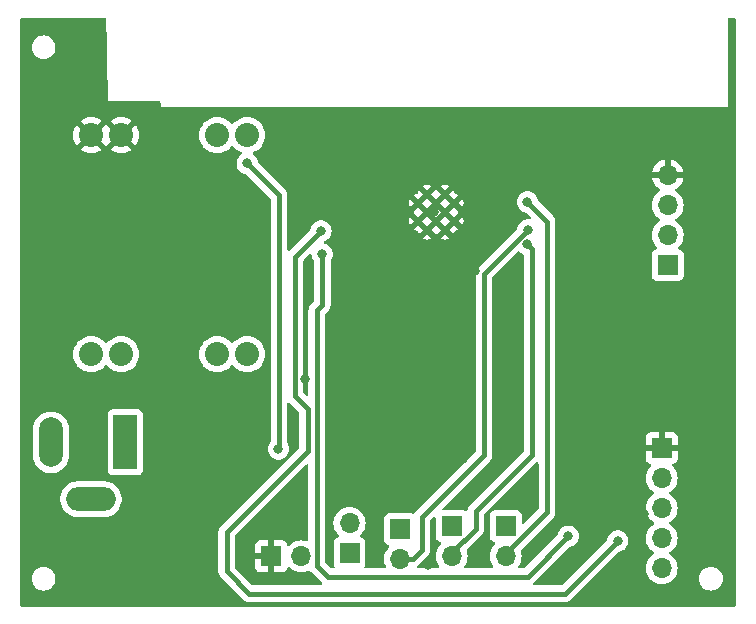
<source format=gbr>
%TF.GenerationSoftware,KiCad,Pcbnew,7.0.1*%
%TF.CreationDate,2023-04-20T22:59:21+02:00*%
%TF.ProjectId,Laserdinges,4c617365-7264-4696-9e67-65732e6b6963,rev?*%
%TF.SameCoordinates,Original*%
%TF.FileFunction,Copper,L2,Bot*%
%TF.FilePolarity,Positive*%
%FSLAX46Y46*%
G04 Gerber Fmt 4.6, Leading zero omitted, Abs format (unit mm)*
G04 Created by KiCad (PCBNEW 7.0.1) date 2023-04-20 22:59:21*
%MOMM*%
%LPD*%
G01*
G04 APERTURE LIST*
%TA.AperFunction,ComponentPad*%
%ADD10C,2.032000*%
%TD*%
%TA.AperFunction,ComponentPad*%
%ADD11R,1.700000X1.700000*%
%TD*%
%TA.AperFunction,ComponentPad*%
%ADD12O,1.700000X1.700000*%
%TD*%
%TA.AperFunction,ComponentPad*%
%ADD13R,2.000000X4.600000*%
%TD*%
%TA.AperFunction,ComponentPad*%
%ADD14O,2.000000X4.200000*%
%TD*%
%TA.AperFunction,ComponentPad*%
%ADD15O,4.200000X2.000000*%
%TD*%
%TA.AperFunction,HeatsinkPad*%
%ADD16C,0.600000*%
%TD*%
%TA.AperFunction,ViaPad*%
%ADD17C,0.800000*%
%TD*%
%TA.AperFunction,Conductor*%
%ADD18C,0.406400*%
%TD*%
G04 APERTURE END LIST*
D10*
%TO.P,U4,1,IN-*%
%TO.N,Net-(J2-Pad2)*%
X84032800Y-83992400D03*
%TO.P,U4,2,IN-*%
X86572800Y-83992400D03*
%TO.P,U4,3,IN+*%
%TO.N,Net-(J2-Pad1)*%
X94700800Y-83992400D03*
%TO.P,U4,4,IN+*%
X97240800Y-83992400D03*
%TO.P,U4,5,OUT+*%
%TO.N,VDD*%
X97240800Y-65450400D03*
%TO.P,U4,6,OUT+*%
X94700800Y-65450400D03*
%TO.P,U4,7,OUT-*%
%TO.N,GND*%
X86572800Y-65450400D03*
%TO.P,U4,8,OUT-*%
X84032800Y-65450400D03*
%TD*%
D11*
%TO.P,SW5,1*%
%TO.N,+3.3V*%
X114554000Y-98552000D03*
D12*
%TO.P,SW5,2*%
%TO.N,GPIO18*%
X114554000Y-101092000D03*
%TD*%
D11*
%TO.P,U3,1,GND*%
%TO.N,GND*%
X132334000Y-91948000D03*
D12*
%TO.P,U3,2,+5V*%
%TO.N,VDD*%
X132334000Y-94488000D03*
%TO.P,U3,3,VRX*%
%TO.N,Net-(U3-VRX)*%
X132334000Y-97028000D03*
%TO.P,U3,4,VRY*%
%TO.N,Net-(U3-VRY)*%
X132334000Y-99568000D03*
%TO.P,U3,5,SW*%
%TO.N,unconnected-(U3-SW-Pad5)*%
X132334000Y-102108000D03*
%TD*%
D11*
%TO.P,SW3,1,A*%
%TO.N,Net-(SW3-A)*%
X105902200Y-100838000D03*
D12*
%TO.P,SW3,2,B*%
%TO.N,VDD*%
X105902200Y-98298000D03*
%TD*%
D11*
%TO.P,SW4,1*%
%TO.N,+3.3V*%
X110169400Y-98791200D03*
D12*
%TO.P,SW4,2*%
%TO.N,GPIO19*%
X110169400Y-101331200D03*
%TD*%
D13*
%TO.P,J2,1*%
%TO.N,Net-(J2-Pad1)*%
X86928400Y-91460000D03*
D14*
%TO.P,J2,2*%
%TO.N,Net-(J2-Pad2)*%
X80628400Y-91460000D03*
D15*
%TO.P,J2,3*%
%TO.N,N/C*%
X84028400Y-96260000D03*
%TD*%
D11*
%TO.P,SW6,1*%
%TO.N,+3.3V*%
X119126000Y-98552000D03*
D12*
%TO.P,SW6,2*%
%TO.N,GPIO21*%
X119126000Y-101092000D03*
%TD*%
D11*
%TO.P,U5,1,-*%
%TO.N,GND*%
X99279400Y-101112000D03*
D12*
%TO.P,U5,2,S*%
%TO.N,Net-(SW3-A)*%
X101819400Y-101112000D03*
%TD*%
D11*
%TO.P,J1,1,Pin_1*%
%TO.N,+3.3V*%
X132842000Y-76454000D03*
D12*
%TO.P,J1,2,Pin_2*%
%TO.N,RX0*%
X132842000Y-73914000D03*
%TO.P,J1,3,Pin_3*%
%TO.N,TX0*%
X132842000Y-71374000D03*
%TO.P,J1,4,Pin_4*%
%TO.N,GND*%
X132842000Y-68834000D03*
%TD*%
D16*
%TO.P,U1,39,GND*%
%TO.N,GND*%
X111709000Y-71210100D03*
X111709000Y-72735100D03*
X112471500Y-70447600D03*
X112471500Y-71972600D03*
X112471500Y-73497600D03*
X113234000Y-71210100D03*
X113234000Y-72735100D03*
X113996500Y-70447600D03*
X113996500Y-71972600D03*
X113996500Y-73497600D03*
X114759000Y-71210100D03*
X114759000Y-72735100D03*
%TD*%
D17*
%TO.N,GND*%
X130302000Y-103886000D03*
X112522000Y-101854000D03*
X116840000Y-101600000D03*
X120650000Y-95250000D03*
X119135600Y-92095000D03*
X115528800Y-92831600D03*
X135772600Y-84119400D03*
X82804000Y-92964000D03*
X103286000Y-71444800D03*
X121675600Y-99969000D03*
X107324600Y-91942600D03*
X90230400Y-103372600D03*
X128457400Y-70022400D03*
X80264000Y-79756000D03*
X128178000Y-86303800D03*
X81289600Y-68498400D03*
X130810000Y-97536000D03*
X137922000Y-65278000D03*
X111252000Y-66548000D03*
X102092200Y-86126000D03*
X124901400Y-84906800D03*
X126247600Y-78150400D03*
X116494000Y-76956600D03*
X92710000Y-88900000D03*
X126425400Y-71978200D03*
X113090400Y-71978200D03*
X90967000Y-75178600D03*
%TO.N,VDD*%
X99882400Y-92018800D03*
X97240800Y-67838000D03*
%TO.N,A5*%
X103590800Y-75508800D03*
X124418800Y-99410200D03*
%TO.N,A4*%
X128609800Y-99816600D03*
X103489200Y-73553000D03*
%TO.N,GPIO18*%
X120964400Y-74670600D03*
%TO.N,GPIO19*%
X120989800Y-73476800D03*
%TO.N,GPIO21*%
X120964400Y-71114600D03*
%TD*%
D18*
%TO.N,GPIO21*%
X119126000Y-100867600D02*
X119126000Y-101092000D01*
X122615400Y-97378200D02*
X119126000Y-100867600D01*
X122615400Y-72765600D02*
X122615400Y-97378200D01*
X120964400Y-71114600D02*
X122615400Y-72765600D01*
%TO.N,VDD*%
X99882400Y-92018800D02*
X99933200Y-91968000D01*
X99933200Y-70530400D02*
X97240800Y-67838000D01*
X99933200Y-91968000D02*
X99933200Y-70530400D01*
%TO.N,A5*%
X103133600Y-101924800D02*
X103133600Y-80284000D01*
X103590800Y-79826800D02*
X103590800Y-75508800D01*
X104048000Y-102839200D02*
X103133600Y-101924800D01*
X103133600Y-80284000D02*
X103590800Y-79826800D01*
X124418800Y-99410200D02*
X120989800Y-102839200D01*
X120989800Y-102839200D02*
X104048000Y-102839200D01*
%TO.N,A4*%
X97403600Y-104261600D02*
X124164800Y-104261600D01*
X95504000Y-102362000D02*
X97403600Y-104261600D01*
X95504000Y-99060000D02*
X95504000Y-102362000D01*
X124164800Y-104261600D02*
X128609800Y-99816600D01*
X103489200Y-73553000D02*
X101301700Y-75740500D01*
X101301700Y-75740500D02*
X101301700Y-85780603D01*
X102362000Y-88646000D02*
X102362000Y-92202000D01*
X102362000Y-92202000D02*
X95504000Y-99060000D01*
X101289000Y-85793303D02*
X101289000Y-87573000D01*
X101289000Y-87573000D02*
X102362000Y-88646000D01*
X101301700Y-85780603D02*
X101289000Y-85793303D01*
%TO.N,GPIO18*%
X116586000Y-97282000D02*
X116586000Y-98806000D01*
X116586000Y-98806000D02*
X114616800Y-100775200D01*
X121370800Y-92497200D02*
X116586000Y-97282000D01*
X120964400Y-74670600D02*
X121370800Y-75077000D01*
X121370800Y-75077000D02*
X121370800Y-92497200D01*
%TO.N,GPIO19*%
X112014000Y-100584000D02*
X111266800Y-101331200D01*
X117284500Y-92519500D02*
X112014000Y-97790000D01*
X112014000Y-97790000D02*
X112014000Y-100584000D01*
X120989800Y-73476800D02*
X117284500Y-77182100D01*
X117284500Y-77182100D02*
X117284500Y-92519500D01*
X111266800Y-101331200D02*
X110169400Y-101331200D01*
%TD*%
%TA.AperFunction,Conductor*%
%TO.N,GND*%
G36*
X102378785Y-93328326D02*
G01*
X102416385Y-93372349D01*
X102429900Y-93428644D01*
X102429900Y-99715842D01*
X102417112Y-99770686D01*
X102381386Y-99814218D01*
X102330091Y-99837459D01*
X102273807Y-99835617D01*
X102054807Y-99776936D01*
X101819400Y-99756340D01*
X101583992Y-99776936D01*
X101355736Y-99838097D01*
X101141570Y-99937965D01*
X100948001Y-100073503D01*
X100825685Y-100195819D01*
X100772939Y-100227114D01*
X100711646Y-100229303D01*
X100656801Y-100201850D01*
X100621822Y-100151471D01*
X100572752Y-100019911D01*
X100486588Y-99904811D01*
X100371489Y-99818647D01*
X100236775Y-99768402D01*
X100177224Y-99762000D01*
X99529400Y-99762000D01*
X99529400Y-102462000D01*
X100177224Y-102462000D01*
X100236775Y-102455597D01*
X100371489Y-102405352D01*
X100486588Y-102319188D01*
X100572752Y-102204089D01*
X100621822Y-102072528D01*
X100656801Y-102022149D01*
X100711646Y-101994696D01*
X100772939Y-101996885D01*
X100825685Y-102028181D01*
X100947999Y-102150495D01*
X101141570Y-102286035D01*
X101355737Y-102385903D01*
X101583992Y-102447063D01*
X101819400Y-102467659D01*
X102054808Y-102447063D01*
X102283063Y-102385903D01*
X102425478Y-102319493D01*
X102481765Y-102307937D01*
X102537220Y-102322996D01*
X102579929Y-102361434D01*
X102603005Y-102394866D01*
X102603006Y-102394867D01*
X102603007Y-102394868D01*
X102648230Y-102434932D01*
X102653684Y-102440066D01*
X103532724Y-103319106D01*
X103537858Y-103324560D01*
X103561878Y-103351673D01*
X103588708Y-103401324D01*
X103590753Y-103457724D01*
X103567591Y-103509188D01*
X103524019Y-103545057D01*
X103469063Y-103557900D01*
X97746445Y-103557900D01*
X97698992Y-103548461D01*
X97658764Y-103521581D01*
X96244019Y-102106837D01*
X96217139Y-102066609D01*
X96207700Y-102019156D01*
X96207700Y-101362000D01*
X97929400Y-101362000D01*
X97929400Y-102009824D01*
X97935802Y-102069375D01*
X97986047Y-102204089D01*
X98072211Y-102319188D01*
X98187310Y-102405352D01*
X98322024Y-102455597D01*
X98381576Y-102462000D01*
X99029400Y-102462000D01*
X99029400Y-101362000D01*
X97929400Y-101362000D01*
X96207700Y-101362000D01*
X96207700Y-100862000D01*
X97929400Y-100862000D01*
X99029400Y-100862000D01*
X99029400Y-99762000D01*
X98381576Y-99762000D01*
X98322024Y-99768402D01*
X98187310Y-99818647D01*
X98072211Y-99904811D01*
X97986047Y-100019910D01*
X97935802Y-100154624D01*
X97929400Y-100214176D01*
X97929400Y-100862000D01*
X96207700Y-100862000D01*
X96207700Y-99402844D01*
X96217139Y-99355391D01*
X96244019Y-99315163D01*
X102218219Y-93340963D01*
X102267582Y-93310713D01*
X102325298Y-93306171D01*
X102378785Y-93328326D01*
G37*
%TD.AperFunction*%
%TA.AperFunction,Conductor*%
G36*
X121860585Y-93150525D02*
G01*
X121898185Y-93194548D01*
X121911700Y-93250843D01*
X121911700Y-97035356D01*
X121902261Y-97082809D01*
X121875381Y-97123037D01*
X120688180Y-98310237D01*
X120638817Y-98340487D01*
X120581101Y-98345029D01*
X120527614Y-98322874D01*
X120490014Y-98278851D01*
X120476499Y-98222556D01*
X120476499Y-97654130D01*
X120476499Y-97654127D01*
X120470091Y-97594517D01*
X120419796Y-97459669D01*
X120333546Y-97344454D01*
X120218331Y-97258204D01*
X120083483Y-97207909D01*
X120023873Y-97201500D01*
X120023869Y-97201500D01*
X118228130Y-97201500D01*
X118168515Y-97207909D01*
X118033669Y-97258204D01*
X117918454Y-97344454D01*
X117832204Y-97459668D01*
X117781909Y-97594515D01*
X117781909Y-97594517D01*
X117775823Y-97651128D01*
X117775500Y-97654130D01*
X117775500Y-99449869D01*
X117776612Y-99460209D01*
X117781909Y-99509483D01*
X117832204Y-99644331D01*
X117918454Y-99759546D01*
X118033669Y-99845796D01*
X118126761Y-99880517D01*
X118165082Y-99894810D01*
X118215462Y-99929789D01*
X118242915Y-99984634D01*
X118240726Y-100045926D01*
X118209431Y-100098673D01*
X118087503Y-100220601D01*
X117951965Y-100414170D01*
X117852097Y-100628336D01*
X117790936Y-100856592D01*
X117770340Y-101092000D01*
X117790936Y-101327407D01*
X117818472Y-101430171D01*
X117852097Y-101555663D01*
X117951965Y-101769830D01*
X118071385Y-101940379D01*
X118093543Y-102003390D01*
X118079798Y-102068757D01*
X118034137Y-102117509D01*
X117969809Y-102135500D01*
X115710191Y-102135500D01*
X115645863Y-102117509D01*
X115600202Y-102068757D01*
X115586457Y-102003390D01*
X115608614Y-101940379D01*
X115728035Y-101769830D01*
X115827903Y-101555663D01*
X115889063Y-101327408D01*
X115909659Y-101092000D01*
X115889063Y-100856592D01*
X115872531Y-100794892D01*
X115831838Y-100643022D01*
X115831838Y-100578835D01*
X115863930Y-100523250D01*
X117065922Y-99321258D01*
X117071360Y-99316140D01*
X117072463Y-99315163D01*
X117116595Y-99276066D01*
X117150947Y-99226296D01*
X117155342Y-99220324D01*
X117192636Y-99172725D01*
X117196835Y-99163392D01*
X117207857Y-99143849D01*
X117213671Y-99135427D01*
X117235110Y-99078893D01*
X117237956Y-99072022D01*
X117262770Y-99016891D01*
X117264614Y-99006825D01*
X117270636Y-98985223D01*
X117274270Y-98975643D01*
X117281557Y-98915616D01*
X117282679Y-98908242D01*
X117293574Y-98848801D01*
X117289925Y-98788486D01*
X117289700Y-98781001D01*
X117289700Y-97624844D01*
X117299139Y-97577391D01*
X117326019Y-97537163D01*
X121700019Y-93163162D01*
X121749382Y-93132912D01*
X121807098Y-93128370D01*
X121860585Y-93150525D01*
G37*
%TD.AperFunction*%
%TA.AperFunction,Conductor*%
G36*
X113152385Y-97794725D02*
G01*
X113189985Y-97838748D01*
X113203500Y-97895043D01*
X113203500Y-99449869D01*
X113204612Y-99460209D01*
X113209909Y-99509483D01*
X113260204Y-99644331D01*
X113346454Y-99759546D01*
X113461669Y-99845796D01*
X113554761Y-99880517D01*
X113593082Y-99894810D01*
X113643462Y-99929789D01*
X113670915Y-99984634D01*
X113668726Y-100045926D01*
X113637431Y-100098673D01*
X113515503Y-100220601D01*
X113379965Y-100414170D01*
X113280097Y-100628336D01*
X113218936Y-100856592D01*
X113198340Y-101092000D01*
X113218936Y-101327407D01*
X113246472Y-101430171D01*
X113280097Y-101555663D01*
X113379965Y-101769830D01*
X113499385Y-101940379D01*
X113521543Y-102003390D01*
X113507798Y-102068757D01*
X113462137Y-102117509D01*
X113397809Y-102135500D01*
X111740563Y-102135500D01*
X111681617Y-102120593D01*
X111636843Y-102079457D01*
X111617007Y-102021982D01*
X111626878Y-101961986D01*
X111664082Y-101913896D01*
X111673358Y-101906626D01*
X111681116Y-101900549D01*
X111687110Y-101896137D01*
X111736866Y-101861795D01*
X111776956Y-101816541D01*
X111782059Y-101811121D01*
X112493922Y-101099258D01*
X112499360Y-101094140D01*
X112501776Y-101092000D01*
X112544595Y-101054066D01*
X112578947Y-101004296D01*
X112583342Y-100998324D01*
X112620636Y-100950725D01*
X112624835Y-100941392D01*
X112635857Y-100921849D01*
X112641671Y-100913427D01*
X112663110Y-100856893D01*
X112665956Y-100850022D01*
X112690770Y-100794891D01*
X112692614Y-100784825D01*
X112698636Y-100763223D01*
X112702270Y-100753643D01*
X112709557Y-100693616D01*
X112710679Y-100686242D01*
X112721574Y-100626801D01*
X112717925Y-100566486D01*
X112717700Y-100559001D01*
X112717700Y-98132844D01*
X112727139Y-98085391D01*
X112754019Y-98045163D01*
X112787555Y-98011626D01*
X112991820Y-97807361D01*
X113041182Y-97777112D01*
X113098898Y-97772570D01*
X113152385Y-97794725D01*
G37*
%TD.AperFunction*%
%TA.AperFunction,Conductor*%
G36*
X120276244Y-75278570D02*
G01*
X120332140Y-75314180D01*
X120358529Y-75343489D01*
X120451552Y-75411073D01*
X120511670Y-75454751D01*
X120548363Y-75471088D01*
X120593536Y-75491201D01*
X120632299Y-75518343D01*
X120658071Y-75558029D01*
X120667100Y-75604480D01*
X120667100Y-92154356D01*
X120657661Y-92201809D01*
X120630781Y-92242037D01*
X116106090Y-96766726D01*
X116100638Y-96771858D01*
X116055407Y-96811930D01*
X116021082Y-96861658D01*
X116016645Y-96867687D01*
X115979363Y-96915274D01*
X115975162Y-96924610D01*
X115964140Y-96944154D01*
X115958327Y-96952575D01*
X115936898Y-97009077D01*
X115934034Y-97015992D01*
X115909229Y-97071109D01*
X115907385Y-97081172D01*
X115901362Y-97102777D01*
X115897730Y-97112354D01*
X115890441Y-97172377D01*
X115889314Y-97179778D01*
X115883437Y-97211850D01*
X115857160Y-97268361D01*
X115806710Y-97304952D01*
X115744833Y-97312379D01*
X115687158Y-97288767D01*
X115646331Y-97258204D01*
X115511483Y-97207909D01*
X115451873Y-97201500D01*
X115451869Y-97201500D01*
X113897042Y-97201500D01*
X113840747Y-97187985D01*
X113796724Y-97150385D01*
X113774569Y-97096898D01*
X113779111Y-97039182D01*
X113809359Y-96989821D01*
X117764422Y-93034758D01*
X117769860Y-93029640D01*
X117815095Y-92989566D01*
X117849444Y-92939800D01*
X117853834Y-92933834D01*
X117891136Y-92886224D01*
X117895333Y-92876898D01*
X117906358Y-92857347D01*
X117912171Y-92848927D01*
X117933608Y-92792397D01*
X117936458Y-92785518D01*
X117961271Y-92730390D01*
X117963113Y-92720335D01*
X117969140Y-92698713D01*
X117972770Y-92689143D01*
X117980057Y-92629122D01*
X117981182Y-92621733D01*
X117992074Y-92562302D01*
X117991391Y-92551016D01*
X117988425Y-92501985D01*
X117988200Y-92494500D01*
X117988200Y-77524944D01*
X117997639Y-77477491D01*
X118024519Y-77437263D01*
X118552605Y-76909177D01*
X120152311Y-75309469D01*
X120209992Y-75276835D01*
X120276244Y-75278570D01*
G37*
%TD.AperFunction*%
%TA.AperFunction,Conductor*%
G36*
X102615676Y-75521570D02*
G01*
X102671663Y-75561690D01*
X102697605Y-75625496D01*
X102705126Y-75697057D01*
X102763620Y-75877084D01*
X102864783Y-76052303D01*
X102864366Y-76052543D01*
X102878864Y-76076201D01*
X102887100Y-76120638D01*
X102887100Y-79483956D01*
X102877661Y-79531409D01*
X102850783Y-79571634D01*
X102655593Y-79766823D01*
X102653691Y-79768726D01*
X102648240Y-79773857D01*
X102603005Y-79813933D01*
X102568682Y-79863658D01*
X102564245Y-79869687D01*
X102526963Y-79917274D01*
X102522762Y-79926610D01*
X102511740Y-79946154D01*
X102505927Y-79954575D01*
X102484498Y-80011077D01*
X102481634Y-80017992D01*
X102456829Y-80073109D01*
X102454985Y-80083172D01*
X102448962Y-80104777D01*
X102445330Y-80114354D01*
X102438041Y-80174377D01*
X102436914Y-80181778D01*
X102426025Y-80241197D01*
X102429674Y-80301514D01*
X102429900Y-80309000D01*
X102429900Y-87419355D01*
X102416385Y-87475650D01*
X102378785Y-87519673D01*
X102325298Y-87541828D01*
X102267582Y-87537286D01*
X102218219Y-87507036D01*
X102029019Y-87317837D01*
X102002139Y-87277609D01*
X101992700Y-87230156D01*
X101992700Y-85935261D01*
X101993604Y-85920317D01*
X101997253Y-85890259D01*
X101998380Y-85882850D01*
X102009275Y-85823403D01*
X102005626Y-85763078D01*
X102005400Y-85755591D01*
X102005400Y-76083344D01*
X102014839Y-76035891D01*
X102041719Y-75995663D01*
X102058694Y-75978687D01*
X102486605Y-75550775D01*
X102546917Y-75517516D01*
X102615676Y-75521570D01*
G37*
%TD.AperFunction*%
%TA.AperFunction,Conductor*%
G36*
X85253304Y-55510376D02*
G01*
X85298594Y-55554931D01*
X85315874Y-55616068D01*
X85350036Y-57700637D01*
X85370164Y-58928814D01*
X85430000Y-62580000D01*
X89790000Y-62580000D01*
X89852000Y-62596613D01*
X89897387Y-62642000D01*
X89914000Y-62704000D01*
X89914000Y-63082600D01*
X137914000Y-63082600D01*
X137914000Y-55618100D01*
X137930613Y-55556100D01*
X137976000Y-55510713D01*
X138038000Y-55494100D01*
X138467500Y-55494100D01*
X138529500Y-55510713D01*
X138574887Y-55556100D01*
X138591500Y-55618100D01*
X138591500Y-105254700D01*
X138574887Y-105316700D01*
X138529500Y-105362087D01*
X138467500Y-105378700D01*
X78162900Y-105378700D01*
X78100900Y-105362087D01*
X78055513Y-105316700D01*
X78038900Y-105254700D01*
X78038900Y-102999999D01*
X78994659Y-102999999D01*
X79013976Y-103196133D01*
X79071185Y-103384726D01*
X79110204Y-103457724D01*
X79164090Y-103558538D01*
X79289117Y-103710883D01*
X79441462Y-103835910D01*
X79615273Y-103928814D01*
X79803868Y-103986024D01*
X80000000Y-104005341D01*
X80196132Y-103986024D01*
X80384727Y-103928814D01*
X80558538Y-103835910D01*
X80710883Y-103710883D01*
X80835910Y-103558538D01*
X80928814Y-103384727D01*
X80986024Y-103196132D01*
X81005341Y-103000000D01*
X80986024Y-102803868D01*
X80928814Y-102615273D01*
X80835910Y-102441462D01*
X80710883Y-102289117D01*
X80558538Y-102164090D01*
X80476452Y-102120214D01*
X80384726Y-102071185D01*
X80196133Y-102013976D01*
X80000000Y-101994659D01*
X79803866Y-102013976D01*
X79615273Y-102071185D01*
X79441463Y-102164089D01*
X79289117Y-102289117D01*
X79164089Y-102441463D01*
X79071185Y-102615273D01*
X79013976Y-102803866D01*
X78994659Y-102999999D01*
X78038900Y-102999999D01*
X78038900Y-96384335D01*
X81427900Y-96384335D01*
X81468829Y-96629615D01*
X81549570Y-96864805D01*
X81549572Y-96864810D01*
X81667547Y-97082809D01*
X81667929Y-97083514D01*
X81767178Y-97211028D01*
X81820662Y-97279744D01*
X82003615Y-97448164D01*
X82210999Y-97583654D01*
X82211795Y-97584174D01*
X82234233Y-97594016D01*
X82439519Y-97684063D01*
X82680579Y-97745108D01*
X82754880Y-97751264D01*
X82866327Y-97760500D01*
X82866333Y-97760500D01*
X85190467Y-97760500D01*
X85190473Y-97760500D01*
X85291787Y-97752104D01*
X85376221Y-97745108D01*
X85617281Y-97684063D01*
X85845007Y-97584173D01*
X86053185Y-97448164D01*
X86236138Y-97279744D01*
X86388874Y-97083509D01*
X86507228Y-96864810D01*
X86587971Y-96629614D01*
X86628900Y-96384335D01*
X86628900Y-96135665D01*
X86587971Y-95890386D01*
X86507228Y-95655190D01*
X86388874Y-95436491D01*
X86388871Y-95436487D01*
X86388870Y-95436485D01*
X86236140Y-95240259D01*
X86236138Y-95240256D01*
X86053185Y-95071836D01*
X85845007Y-94935827D01*
X85845004Y-94935825D01*
X85719923Y-94880960D01*
X85617281Y-94835937D01*
X85376221Y-94774892D01*
X85376219Y-94774891D01*
X85376216Y-94774891D01*
X85190473Y-94759500D01*
X85190467Y-94759500D01*
X82866333Y-94759500D01*
X82866327Y-94759500D01*
X82680583Y-94774891D01*
X82680579Y-94774891D01*
X82680579Y-94774892D01*
X82439519Y-94835937D01*
X82439516Y-94835938D01*
X82439517Y-94835938D01*
X82211795Y-94935825D01*
X82073007Y-95026499D01*
X82003615Y-95071836D01*
X81901514Y-95165827D01*
X81820659Y-95240259D01*
X81667929Y-95436485D01*
X81549570Y-95655194D01*
X81468829Y-95890384D01*
X81427900Y-96135665D01*
X81427900Y-96384335D01*
X78038900Y-96384335D01*
X78038900Y-92622073D01*
X79127900Y-92622073D01*
X79143291Y-92807816D01*
X79143291Y-92807819D01*
X79143292Y-92807821D01*
X79204337Y-93048881D01*
X79248922Y-93150525D01*
X79304225Y-93276604D01*
X79304227Y-93276607D01*
X79440236Y-93484785D01*
X79608656Y-93667738D01*
X79608659Y-93667740D01*
X79804885Y-93820470D01*
X79804887Y-93820471D01*
X79804891Y-93820474D01*
X80023590Y-93938828D01*
X80258786Y-94019571D01*
X80504065Y-94060500D01*
X80752735Y-94060500D01*
X80998014Y-94019571D01*
X81233210Y-93938828D01*
X81451909Y-93820474D01*
X81468104Y-93807869D01*
X85427900Y-93807869D01*
X85434309Y-93867483D01*
X85484604Y-94002331D01*
X85570854Y-94117546D01*
X85686069Y-94203796D01*
X85820917Y-94254091D01*
X85880527Y-94260500D01*
X87976272Y-94260499D01*
X88035883Y-94254091D01*
X88170731Y-94203796D01*
X88285946Y-94117546D01*
X88372196Y-94002331D01*
X88422491Y-93867483D01*
X88428900Y-93807873D01*
X88428899Y-89112128D01*
X88422491Y-89052517D01*
X88372196Y-88917669D01*
X88285946Y-88802454D01*
X88170731Y-88716204D01*
X88035883Y-88665909D01*
X87976273Y-88659500D01*
X87976269Y-88659500D01*
X85880530Y-88659500D01*
X85820915Y-88665909D01*
X85686069Y-88716204D01*
X85570854Y-88802454D01*
X85484604Y-88917668D01*
X85434309Y-89052515D01*
X85434309Y-89052517D01*
X85429255Y-89099529D01*
X85427900Y-89112130D01*
X85427900Y-93807869D01*
X81468104Y-93807869D01*
X81648144Y-93667738D01*
X81816564Y-93484785D01*
X81952573Y-93276607D01*
X82052463Y-93048881D01*
X82113508Y-92807821D01*
X82123342Y-92689143D01*
X82128900Y-92622073D01*
X82128900Y-90297927D01*
X82113508Y-90112183D01*
X82113508Y-90112179D01*
X82052463Y-89871119D01*
X81952573Y-89643393D01*
X81816564Y-89435215D01*
X81648144Y-89252262D01*
X81626012Y-89235036D01*
X81451914Y-89099529D01*
X81451910Y-89099526D01*
X81451909Y-89099526D01*
X81233210Y-88981172D01*
X81233206Y-88981170D01*
X81233205Y-88981170D01*
X80998015Y-88900429D01*
X80752735Y-88859500D01*
X80504065Y-88859500D01*
X80258784Y-88900429D01*
X80023594Y-88981170D01*
X79804885Y-89099529D01*
X79608659Y-89252259D01*
X79440237Y-89435214D01*
X79304225Y-89643395D01*
X79204338Y-89871117D01*
X79143291Y-90112183D01*
X79127900Y-90297927D01*
X79127900Y-92622073D01*
X78038900Y-92622073D01*
X78038900Y-83992399D01*
X82511611Y-83992399D01*
X82530339Y-84230367D01*
X82586062Y-84462473D01*
X82677409Y-84683001D01*
X82802134Y-84886535D01*
X82863673Y-84958588D01*
X82957157Y-85068043D01*
X83138668Y-85223068D01*
X83342195Y-85347789D01*
X83423662Y-85381534D01*
X83562726Y-85439137D01*
X83636054Y-85456741D01*
X83794834Y-85494861D01*
X84032800Y-85513589D01*
X84270766Y-85494861D01*
X84502873Y-85439137D01*
X84723405Y-85347789D01*
X84926932Y-85223068D01*
X85108443Y-85068043D01*
X85208511Y-84950877D01*
X85250886Y-84918801D01*
X85302800Y-84907411D01*
X85354714Y-84918801D01*
X85397088Y-84950877D01*
X85497157Y-85068043D01*
X85678668Y-85223068D01*
X85882195Y-85347789D01*
X85963662Y-85381534D01*
X86102726Y-85439137D01*
X86176054Y-85456741D01*
X86334834Y-85494861D01*
X86572800Y-85513589D01*
X86810766Y-85494861D01*
X87042873Y-85439137D01*
X87263405Y-85347789D01*
X87466932Y-85223068D01*
X87648443Y-85068043D01*
X87803468Y-84886532D01*
X87928189Y-84683005D01*
X88019537Y-84462473D01*
X88075261Y-84230366D01*
X88093989Y-83992400D01*
X88093989Y-83992399D01*
X93179611Y-83992399D01*
X93198339Y-84230367D01*
X93254062Y-84462473D01*
X93345409Y-84683001D01*
X93470134Y-84886535D01*
X93531673Y-84958588D01*
X93625157Y-85068043D01*
X93806668Y-85223068D01*
X94010195Y-85347789D01*
X94091662Y-85381534D01*
X94230726Y-85439137D01*
X94304054Y-85456741D01*
X94462834Y-85494861D01*
X94700800Y-85513589D01*
X94938766Y-85494861D01*
X95170873Y-85439137D01*
X95391405Y-85347789D01*
X95594932Y-85223068D01*
X95776443Y-85068043D01*
X95876511Y-84950877D01*
X95918886Y-84918801D01*
X95970800Y-84907411D01*
X96022714Y-84918801D01*
X96065088Y-84950877D01*
X96165157Y-85068043D01*
X96346668Y-85223068D01*
X96550195Y-85347789D01*
X96631662Y-85381534D01*
X96770726Y-85439137D01*
X96844054Y-85456741D01*
X97002834Y-85494861D01*
X97240800Y-85513589D01*
X97478766Y-85494861D01*
X97710873Y-85439137D01*
X97931405Y-85347789D01*
X98134932Y-85223068D01*
X98316443Y-85068043D01*
X98471468Y-84886532D01*
X98596189Y-84683005D01*
X98687537Y-84462473D01*
X98743261Y-84230366D01*
X98761989Y-83992400D01*
X98743261Y-83754434D01*
X98687537Y-83522327D01*
X98596189Y-83301795D01*
X98471468Y-83098268D01*
X98316443Y-82916757D01*
X98206988Y-82823273D01*
X98134935Y-82761734D01*
X98134932Y-82761732D01*
X97931405Y-82637011D01*
X97931402Y-82637010D01*
X97931401Y-82637009D01*
X97710873Y-82545662D01*
X97478767Y-82489939D01*
X97240800Y-82471211D01*
X97002832Y-82489939D01*
X96770726Y-82545662D01*
X96550198Y-82637009D01*
X96346664Y-82761734D01*
X96165157Y-82916757D01*
X96065090Y-83033920D01*
X96022714Y-83065998D01*
X95970800Y-83077388D01*
X95918886Y-83065998D01*
X95876510Y-83033920D01*
X95849483Y-83002276D01*
X95776443Y-82916757D01*
X95666988Y-82823273D01*
X95594935Y-82761734D01*
X95594932Y-82761732D01*
X95391405Y-82637011D01*
X95391402Y-82637010D01*
X95391401Y-82637009D01*
X95170873Y-82545662D01*
X94938767Y-82489939D01*
X94700800Y-82471211D01*
X94462832Y-82489939D01*
X94230726Y-82545662D01*
X94010198Y-82637009D01*
X93806664Y-82761734D01*
X93625157Y-82916757D01*
X93470134Y-83098264D01*
X93345409Y-83301798D01*
X93254062Y-83522326D01*
X93198339Y-83754432D01*
X93179611Y-83992399D01*
X88093989Y-83992399D01*
X88075261Y-83754434D01*
X88019537Y-83522327D01*
X87928189Y-83301795D01*
X87803468Y-83098268D01*
X87648443Y-82916757D01*
X87538988Y-82823273D01*
X87466935Y-82761734D01*
X87466932Y-82761732D01*
X87263405Y-82637011D01*
X87263402Y-82637010D01*
X87263401Y-82637009D01*
X87042873Y-82545662D01*
X86810767Y-82489939D01*
X86572800Y-82471211D01*
X86334832Y-82489939D01*
X86102726Y-82545662D01*
X85882198Y-82637009D01*
X85678664Y-82761734D01*
X85497157Y-82916757D01*
X85397090Y-83033920D01*
X85354714Y-83065998D01*
X85302800Y-83077388D01*
X85250886Y-83065998D01*
X85208510Y-83033920D01*
X85181483Y-83002276D01*
X85108443Y-82916757D01*
X84998988Y-82823273D01*
X84926935Y-82761734D01*
X84926932Y-82761732D01*
X84723405Y-82637011D01*
X84723402Y-82637010D01*
X84723401Y-82637009D01*
X84502873Y-82545662D01*
X84270767Y-82489939D01*
X84032800Y-82471211D01*
X83794832Y-82489939D01*
X83562726Y-82545662D01*
X83342198Y-82637009D01*
X83138664Y-82761734D01*
X82957157Y-82916757D01*
X82802134Y-83098264D01*
X82677409Y-83301798D01*
X82586062Y-83522326D01*
X82530339Y-83754432D01*
X82511611Y-83992399D01*
X78038900Y-83992399D01*
X78038900Y-66687169D01*
X83149582Y-66687169D01*
X83342420Y-66805341D01*
X83562881Y-66896660D01*
X83794910Y-66952365D01*
X84032800Y-66971087D01*
X84270689Y-66952365D01*
X84502718Y-66896660D01*
X84723179Y-66805342D01*
X84916015Y-66687170D01*
X84916016Y-66687169D01*
X85689582Y-66687169D01*
X85882420Y-66805341D01*
X86102881Y-66896660D01*
X86334910Y-66952365D01*
X86572800Y-66971087D01*
X86810689Y-66952365D01*
X87042718Y-66896660D01*
X87263179Y-66805342D01*
X87456015Y-66687170D01*
X87456016Y-66687169D01*
X86572801Y-65803953D01*
X86572800Y-65803953D01*
X85689582Y-66687169D01*
X84916016Y-66687169D01*
X84032801Y-65803953D01*
X84032800Y-65803953D01*
X83149582Y-66687169D01*
X78038900Y-66687169D01*
X78038900Y-65450400D01*
X82512112Y-65450400D01*
X82530834Y-65688289D01*
X82586539Y-65920318D01*
X82677858Y-66140779D01*
X82796029Y-66333616D01*
X83679246Y-65450401D01*
X84386353Y-65450401D01*
X85269569Y-66333615D01*
X85288226Y-66331407D01*
X85317376Y-66331408D01*
X85336029Y-66333616D01*
X86219246Y-65450401D01*
X86926353Y-65450401D01*
X87809569Y-66333616D01*
X87809570Y-66333615D01*
X87927742Y-66140779D01*
X88019060Y-65920318D01*
X88074765Y-65688289D01*
X88093487Y-65450400D01*
X88093487Y-65450399D01*
X93179611Y-65450399D01*
X93198339Y-65688367D01*
X93254062Y-65920473D01*
X93345409Y-66141001D01*
X93470134Y-66344535D01*
X93531673Y-66416588D01*
X93625157Y-66526043D01*
X93806668Y-66681068D01*
X94010195Y-66805789D01*
X94091662Y-66839534D01*
X94230726Y-66897137D01*
X94299304Y-66913601D01*
X94462834Y-66952861D01*
X94700800Y-66971589D01*
X94938766Y-66952861D01*
X95170873Y-66897137D01*
X95391405Y-66805789D01*
X95594932Y-66681068D01*
X95776443Y-66526043D01*
X95876511Y-66408877D01*
X95918886Y-66376801D01*
X95970800Y-66365411D01*
X96022714Y-66376801D01*
X96065088Y-66408877D01*
X96165157Y-66526043D01*
X96346668Y-66681068D01*
X96550195Y-66805789D01*
X96714585Y-66873882D01*
X96765999Y-66913601D01*
X96790271Y-66973867D01*
X96780739Y-67038134D01*
X96740017Y-67088760D01*
X96634928Y-67165112D01*
X96508266Y-67305783D01*
X96413620Y-67469715D01*
X96355126Y-67649742D01*
X96335340Y-67838000D01*
X96355126Y-68026257D01*
X96413620Y-68206284D01*
X96508266Y-68370216D01*
X96634929Y-68510889D01*
X96788069Y-68622151D01*
X96903968Y-68673752D01*
X96960997Y-68699144D01*
X97110186Y-68730854D01*
X97143566Y-68743169D01*
X97172080Y-68764462D01*
X99193181Y-70785563D01*
X99220061Y-70825791D01*
X99229500Y-70873244D01*
X99229500Y-91350544D01*
X99221264Y-91394982D01*
X99197649Y-91433517D01*
X99149866Y-91486583D01*
X99055220Y-91650515D01*
X98996726Y-91830542D01*
X98976940Y-92018800D01*
X98996726Y-92207057D01*
X99055220Y-92387084D01*
X99149866Y-92551016D01*
X99276529Y-92691689D01*
X99429669Y-92802951D01*
X99602597Y-92879944D01*
X99787752Y-92919300D01*
X99787754Y-92919300D01*
X99977046Y-92919300D01*
X99977048Y-92919300D01*
X100100483Y-92893062D01*
X100162203Y-92879944D01*
X100335130Y-92802951D01*
X100435005Y-92730388D01*
X100488270Y-92691689D01*
X100490563Y-92689143D01*
X100614933Y-92551016D01*
X100709579Y-92387084D01*
X100768074Y-92207056D01*
X100787860Y-92018800D01*
X100768074Y-91830544D01*
X100709579Y-91650516D01*
X100709579Y-91650515D01*
X100653513Y-91553406D01*
X100636900Y-91491406D01*
X100636900Y-88215444D01*
X100650415Y-88159149D01*
X100688015Y-88115126D01*
X100741502Y-88092971D01*
X100799218Y-88097513D01*
X100848581Y-88127763D01*
X101621981Y-88901164D01*
X101648861Y-88941392D01*
X101658300Y-88988845D01*
X101658300Y-91859156D01*
X101648861Y-91906609D01*
X101621981Y-91946837D01*
X95024090Y-98544726D01*
X95018638Y-98549858D01*
X94973407Y-98589930D01*
X94939082Y-98639658D01*
X94934645Y-98645687D01*
X94897363Y-98693274D01*
X94893162Y-98702610D01*
X94882140Y-98722154D01*
X94876327Y-98730575D01*
X94854898Y-98787077D01*
X94852034Y-98793992D01*
X94827229Y-98849109D01*
X94825385Y-98859172D01*
X94819362Y-98880777D01*
X94815730Y-98890354D01*
X94808441Y-98950377D01*
X94807314Y-98957778D01*
X94796425Y-99017197D01*
X94800074Y-99077514D01*
X94800300Y-99085000D01*
X94800300Y-102337000D01*
X94800074Y-102344486D01*
X94796425Y-102404800D01*
X94807315Y-102464222D01*
X94808442Y-102471625D01*
X94815730Y-102531642D01*
X94819360Y-102541214D01*
X94825387Y-102562833D01*
X94827230Y-102572891D01*
X94852028Y-102627991D01*
X94854893Y-102634908D01*
X94876328Y-102691426D01*
X94882139Y-102699844D01*
X94893165Y-102719395D01*
X94897364Y-102728726D01*
X94934647Y-102776313D01*
X94939087Y-102782347D01*
X94973406Y-102832067D01*
X95018630Y-102872132D01*
X95024084Y-102877266D01*
X96888331Y-104741514D01*
X96893464Y-104746967D01*
X96933532Y-104792193D01*
X96933534Y-104792195D01*
X96975537Y-104821187D01*
X96983252Y-104826513D01*
X96989285Y-104830952D01*
X97011225Y-104848141D01*
X97036875Y-104868236D01*
X97046202Y-104872433D01*
X97065756Y-104883461D01*
X97074173Y-104889271D01*
X97130692Y-104910707D01*
X97137609Y-104913572D01*
X97180964Y-104933083D01*
X97192710Y-104938370D01*
X97202760Y-104940211D01*
X97224389Y-104946241D01*
X97233957Y-104949870D01*
X97276934Y-104955088D01*
X97293963Y-104957156D01*
X97301369Y-104958283D01*
X97360799Y-104969174D01*
X97421113Y-104965525D01*
X97428599Y-104965300D01*
X124139800Y-104965300D01*
X124147285Y-104965525D01*
X124207600Y-104969174D01*
X124267058Y-104958277D01*
X124274422Y-104957157D01*
X124334443Y-104949870D01*
X124344008Y-104946241D01*
X124365636Y-104940211D01*
X124375690Y-104938370D01*
X124375691Y-104938369D01*
X124375693Y-104938369D01*
X124430799Y-104913568D01*
X124437713Y-104910703D01*
X124494227Y-104889271D01*
X124502639Y-104883463D01*
X124522194Y-104872434D01*
X124531525Y-104868236D01*
X124579138Y-104830931D01*
X124585110Y-104826537D01*
X124634866Y-104792195D01*
X124674956Y-104746941D01*
X124680067Y-104741514D01*
X127313581Y-102107999D01*
X130978340Y-102107999D01*
X130998936Y-102343407D01*
X131032297Y-102467911D01*
X131060097Y-102571663D01*
X131159965Y-102785830D01*
X131295505Y-102979401D01*
X131462599Y-103146495D01*
X131656170Y-103282035D01*
X131870337Y-103381903D01*
X132098592Y-103443063D01*
X132334000Y-103463659D01*
X132569408Y-103443063D01*
X132797663Y-103381903D01*
X133011830Y-103282035D01*
X133205401Y-103146495D01*
X133351896Y-103000000D01*
X135494659Y-103000000D01*
X135513976Y-103196133D01*
X135571185Y-103384726D01*
X135610204Y-103457724D01*
X135664090Y-103558538D01*
X135789117Y-103710883D01*
X135941462Y-103835910D01*
X136115273Y-103928814D01*
X136303868Y-103986024D01*
X136500000Y-104005341D01*
X136696132Y-103986024D01*
X136884727Y-103928814D01*
X137058538Y-103835910D01*
X137210883Y-103710883D01*
X137335910Y-103558538D01*
X137428814Y-103384727D01*
X137486024Y-103196132D01*
X137505341Y-103000000D01*
X137486024Y-102803868D01*
X137428814Y-102615273D01*
X137335910Y-102441462D01*
X137210883Y-102289117D01*
X137058538Y-102164090D01*
X136976452Y-102120214D01*
X136884726Y-102071185D01*
X136696133Y-102013976D01*
X136500000Y-101994659D01*
X136303866Y-102013976D01*
X136115273Y-102071185D01*
X135941463Y-102164089D01*
X135789117Y-102289117D01*
X135664089Y-102441463D01*
X135571185Y-102615273D01*
X135513976Y-102803866D01*
X135494659Y-103000000D01*
X133351896Y-103000000D01*
X133372495Y-102979401D01*
X133508035Y-102785830D01*
X133607903Y-102571663D01*
X133669063Y-102343408D01*
X133689659Y-102108000D01*
X133669063Y-101872592D01*
X133607903Y-101644337D01*
X133508035Y-101430171D01*
X133372495Y-101236599D01*
X133205401Y-101069505D01*
X133019839Y-100939573D01*
X132980974Y-100895255D01*
X132966964Y-100837999D01*
X132980975Y-100780742D01*
X133019837Y-100736428D01*
X133205401Y-100606495D01*
X133372495Y-100439401D01*
X133508035Y-100245830D01*
X133607903Y-100031663D01*
X133669063Y-99803408D01*
X133689659Y-99568000D01*
X133669063Y-99332592D01*
X133607903Y-99104337D01*
X133508035Y-98890171D01*
X133372495Y-98696599D01*
X133205401Y-98529505D01*
X133019839Y-98399573D01*
X132980975Y-98355257D01*
X132966964Y-98298000D01*
X132980975Y-98240743D01*
X133019839Y-98196426D01*
X133205401Y-98066495D01*
X133372495Y-97899401D01*
X133508035Y-97705830D01*
X133607903Y-97491663D01*
X133669063Y-97263408D01*
X133689659Y-97028000D01*
X133669063Y-96792592D01*
X133607903Y-96564337D01*
X133508035Y-96350171D01*
X133372495Y-96156599D01*
X133205401Y-95989505D01*
X133019839Y-95859573D01*
X132980974Y-95815255D01*
X132966964Y-95757999D01*
X132980975Y-95700742D01*
X133019837Y-95656428D01*
X133205401Y-95526495D01*
X133372495Y-95359401D01*
X133508035Y-95165830D01*
X133607903Y-94951663D01*
X133669063Y-94723408D01*
X133689659Y-94488000D01*
X133669063Y-94252592D01*
X133607903Y-94024337D01*
X133508035Y-93810171D01*
X133372495Y-93616599D01*
X133250181Y-93494285D01*
X133218885Y-93441539D01*
X133216696Y-93380246D01*
X133244149Y-93325401D01*
X133294528Y-93290422D01*
X133426089Y-93241352D01*
X133541188Y-93155188D01*
X133627352Y-93040089D01*
X133677597Y-92905375D01*
X133684000Y-92845824D01*
X133684000Y-92198000D01*
X130984000Y-92198000D01*
X130984000Y-92845824D01*
X130990402Y-92905375D01*
X131040647Y-93040089D01*
X131126811Y-93155188D01*
X131241911Y-93241352D01*
X131373471Y-93290422D01*
X131423850Y-93325401D01*
X131451303Y-93380246D01*
X131449114Y-93441539D01*
X131417819Y-93494285D01*
X131295503Y-93616601D01*
X131159965Y-93810170D01*
X131060097Y-94024336D01*
X130998936Y-94252592D01*
X130978340Y-94487999D01*
X130998936Y-94723407D01*
X131029089Y-94835938D01*
X131060097Y-94951663D01*
X131159965Y-95165830D01*
X131295505Y-95359401D01*
X131462599Y-95526495D01*
X131648160Y-95656426D01*
X131687024Y-95700743D01*
X131701035Y-95758000D01*
X131687024Y-95815257D01*
X131648159Y-95859575D01*
X131462595Y-95989508D01*
X131295505Y-96156598D01*
X131159965Y-96350170D01*
X131060097Y-96564336D01*
X130998936Y-96792592D01*
X130978340Y-97028000D01*
X130998936Y-97263407D01*
X131041163Y-97421000D01*
X131060097Y-97491663D01*
X131159965Y-97705830D01*
X131295505Y-97899401D01*
X131462599Y-98066495D01*
X131648160Y-98196426D01*
X131687024Y-98240743D01*
X131701035Y-98298000D01*
X131687024Y-98355257D01*
X131648158Y-98399575D01*
X131473435Y-98521918D01*
X131462595Y-98529508D01*
X131295505Y-98696598D01*
X131159965Y-98890170D01*
X131060097Y-99104336D01*
X130998936Y-99332592D01*
X130978340Y-99567999D01*
X130998936Y-99803407D01*
X131035571Y-99940130D01*
X131060097Y-100031663D01*
X131159965Y-100245830D01*
X131295505Y-100439401D01*
X131462599Y-100606495D01*
X131648160Y-100736426D01*
X131687024Y-100780743D01*
X131701035Y-100838000D01*
X131687024Y-100895257D01*
X131648159Y-100939575D01*
X131632237Y-100950724D01*
X131484646Y-101054068D01*
X131462595Y-101069508D01*
X131295505Y-101236598D01*
X131159965Y-101430170D01*
X131060097Y-101644336D01*
X130998936Y-101872592D01*
X130978340Y-102107999D01*
X127313581Y-102107999D01*
X128678521Y-100743059D01*
X128707032Y-100721769D01*
X128740409Y-100709455D01*
X128889603Y-100677744D01*
X129062530Y-100600751D01*
X129119994Y-100559001D01*
X129215670Y-100489489D01*
X129342333Y-100348816D01*
X129436979Y-100184884D01*
X129442144Y-100168989D01*
X129495474Y-100004856D01*
X129515260Y-99816600D01*
X129495474Y-99628344D01*
X129456854Y-99509484D01*
X129436979Y-99448315D01*
X129342333Y-99284383D01*
X129215670Y-99143710D01*
X129062530Y-99032448D01*
X128889602Y-98955455D01*
X128704448Y-98916100D01*
X128704446Y-98916100D01*
X128515154Y-98916100D01*
X128515152Y-98916100D01*
X128329997Y-98955455D01*
X128157069Y-99032448D01*
X128003929Y-99143710D01*
X127877266Y-99284383D01*
X127782620Y-99448315D01*
X127724126Y-99628342D01*
X127719467Y-99672671D01*
X127708066Y-99713092D01*
X127683827Y-99747389D01*
X123909637Y-103521581D01*
X123869409Y-103548461D01*
X123821956Y-103557900D01*
X121568736Y-103557900D01*
X121513781Y-103545057D01*
X121470209Y-103509189D01*
X121447046Y-103457725D01*
X121449091Y-103401326D01*
X121475918Y-103351675D01*
X121499956Y-103324541D01*
X121505059Y-103319121D01*
X124487521Y-100336659D01*
X124516032Y-100315369D01*
X124549409Y-100303055D01*
X124698603Y-100271344D01*
X124871530Y-100194351D01*
X124926210Y-100154624D01*
X125024670Y-100083089D01*
X125151333Y-99942416D01*
X125245979Y-99778484D01*
X125289568Y-99644331D01*
X125304474Y-99598456D01*
X125324260Y-99410200D01*
X125304474Y-99221944D01*
X125256864Y-99075415D01*
X125245979Y-99041915D01*
X125151333Y-98877983D01*
X125024670Y-98737310D01*
X124871530Y-98626048D01*
X124698602Y-98549055D01*
X124513448Y-98509700D01*
X124513446Y-98509700D01*
X124324154Y-98509700D01*
X124324152Y-98509700D01*
X124138997Y-98549055D01*
X123966069Y-98626048D01*
X123812929Y-98737310D01*
X123686266Y-98877983D01*
X123591620Y-99041915D01*
X123533126Y-99221942D01*
X123528467Y-99266271D01*
X123517066Y-99306692D01*
X123492827Y-99340989D01*
X120734637Y-102099181D01*
X120694409Y-102126061D01*
X120646956Y-102135500D01*
X120282191Y-102135500D01*
X120217863Y-102117509D01*
X120172202Y-102068757D01*
X120158457Y-102003390D01*
X120180614Y-101940379D01*
X120300035Y-101769830D01*
X120399903Y-101555663D01*
X120461063Y-101327408D01*
X120481659Y-101092000D01*
X120461063Y-100856592D01*
X120410093Y-100666367D01*
X120410093Y-100602180D01*
X120442185Y-100546595D01*
X123095321Y-97893459D01*
X123100741Y-97888356D01*
X123145995Y-97848266D01*
X123180337Y-97798510D01*
X123184731Y-97792538D01*
X123222036Y-97744925D01*
X123226237Y-97735589D01*
X123237264Y-97716039D01*
X123243071Y-97707627D01*
X123264504Y-97651110D01*
X123267366Y-97644202D01*
X123278183Y-97620170D01*
X123292171Y-97589090D01*
X123294013Y-97579035D01*
X123300040Y-97557413D01*
X123303670Y-97547843D01*
X123310957Y-97487822D01*
X123312082Y-97480433D01*
X123322974Y-97421002D01*
X123319326Y-97360686D01*
X123319100Y-97353200D01*
X123319100Y-91698000D01*
X130984000Y-91698000D01*
X132084000Y-91698000D01*
X132084000Y-90598000D01*
X132584000Y-90598000D01*
X132584000Y-91698000D01*
X133684000Y-91698000D01*
X133684000Y-91050176D01*
X133677597Y-90990624D01*
X133627352Y-90855910D01*
X133541188Y-90740811D01*
X133426089Y-90654647D01*
X133291375Y-90604402D01*
X133231824Y-90598000D01*
X132584000Y-90598000D01*
X132084000Y-90598000D01*
X131436176Y-90598000D01*
X131376624Y-90604402D01*
X131241910Y-90654647D01*
X131126811Y-90740811D01*
X131040647Y-90855910D01*
X130990402Y-90990624D01*
X130984000Y-91050176D01*
X130984000Y-91698000D01*
X123319100Y-91698000D01*
X123319100Y-73914000D01*
X131486340Y-73914000D01*
X131506936Y-74149407D01*
X131542592Y-74282477D01*
X131568097Y-74377663D01*
X131667965Y-74591830D01*
X131803505Y-74785401D01*
X131803508Y-74785404D01*
X131925430Y-74907326D01*
X131956726Y-74960072D01*
X131958915Y-75021365D01*
X131931462Y-75076209D01*
X131881083Y-75111189D01*
X131749669Y-75160204D01*
X131634454Y-75246454D01*
X131548204Y-75361668D01*
X131497909Y-75496516D01*
X131491500Y-75556130D01*
X131491500Y-77351869D01*
X131497909Y-77411483D01*
X131548204Y-77546331D01*
X131634454Y-77661546D01*
X131749669Y-77747796D01*
X131884517Y-77798091D01*
X131944127Y-77804500D01*
X133739872Y-77804499D01*
X133799483Y-77798091D01*
X133934331Y-77747796D01*
X134049546Y-77661546D01*
X134135796Y-77546331D01*
X134186091Y-77411483D01*
X134192500Y-77351873D01*
X134192499Y-75556128D01*
X134186091Y-75496517D01*
X134135796Y-75361669D01*
X134049546Y-75246454D01*
X133934331Y-75160204D01*
X133872898Y-75137291D01*
X133802916Y-75111189D01*
X133752537Y-75076209D01*
X133725084Y-75021365D01*
X133727273Y-74960072D01*
X133758566Y-74907329D01*
X133880495Y-74785401D01*
X134016035Y-74591830D01*
X134115903Y-74377663D01*
X134177063Y-74149408D01*
X134197659Y-73914000D01*
X134192996Y-73860708D01*
X134177063Y-73678592D01*
X134140733Y-73543005D01*
X134115903Y-73450337D01*
X134016035Y-73236171D01*
X133880495Y-73042599D01*
X133713401Y-72875505D01*
X133527839Y-72745573D01*
X133488975Y-72701257D01*
X133474964Y-72644000D01*
X133488975Y-72586743D01*
X133527839Y-72542426D01*
X133713401Y-72412495D01*
X133880495Y-72245401D01*
X134016035Y-72051830D01*
X134115903Y-71837663D01*
X134177063Y-71609408D01*
X134197659Y-71374000D01*
X134177063Y-71138592D01*
X134115903Y-70910337D01*
X134016035Y-70696171D01*
X133880495Y-70502599D01*
X133713401Y-70335505D01*
X133527402Y-70205267D01*
X133488539Y-70160951D01*
X133474528Y-70103694D01*
X133488539Y-70046437D01*
X133527405Y-70002119D01*
X133713078Y-69872109D01*
X133880106Y-69705081D01*
X134015600Y-69511576D01*
X134115430Y-69297492D01*
X134172636Y-69084000D01*
X131511364Y-69084000D01*
X131568569Y-69297492D01*
X131668399Y-69511576D01*
X131803893Y-69705081D01*
X131970918Y-69872106D01*
X132156595Y-70002119D01*
X132195460Y-70046437D01*
X132209471Y-70103694D01*
X132195460Y-70160951D01*
X132156595Y-70205269D01*
X131970595Y-70335508D01*
X131803505Y-70502598D01*
X131667965Y-70696170D01*
X131568097Y-70910336D01*
X131506936Y-71138592D01*
X131486340Y-71373999D01*
X131506936Y-71609407D01*
X131516960Y-71646816D01*
X131568097Y-71837663D01*
X131667965Y-72051830D01*
X131803505Y-72245401D01*
X131970599Y-72412495D01*
X132156160Y-72542426D01*
X132195024Y-72586743D01*
X132209035Y-72644000D01*
X132195024Y-72701257D01*
X132156159Y-72745575D01*
X131970595Y-72875508D01*
X131803505Y-73042598D01*
X131667965Y-73236170D01*
X131568097Y-73450336D01*
X131506936Y-73678592D01*
X131486340Y-73914000D01*
X123319100Y-73914000D01*
X123319100Y-72790600D01*
X123319326Y-72783114D01*
X123321596Y-72745575D01*
X123322974Y-72722800D01*
X123312077Y-72663339D01*
X123310954Y-72655955D01*
X123306061Y-72615655D01*
X123303670Y-72595957D01*
X123300039Y-72586385D01*
X123294014Y-72564772D01*
X123292171Y-72554710D01*
X123267365Y-72499596D01*
X123264499Y-72492675D01*
X123263893Y-72491076D01*
X123243071Y-72436173D01*
X123237258Y-72427751D01*
X123226238Y-72408213D01*
X123222036Y-72398876D01*
X123184748Y-72351282D01*
X123180334Y-72345284D01*
X123145995Y-72295534D01*
X123100759Y-72255458D01*
X123095306Y-72250324D01*
X121890372Y-71045390D01*
X121866132Y-71011091D01*
X121854732Y-70970668D01*
X121850074Y-70926342D01*
X121791579Y-70746315D01*
X121696933Y-70582383D01*
X121570270Y-70441710D01*
X121417130Y-70330448D01*
X121244202Y-70253455D01*
X121059048Y-70214100D01*
X121059046Y-70214100D01*
X120869754Y-70214100D01*
X120869752Y-70214100D01*
X120684597Y-70253455D01*
X120511669Y-70330448D01*
X120358529Y-70441710D01*
X120231866Y-70582383D01*
X120137220Y-70746315D01*
X120078726Y-70926342D01*
X120058940Y-71114600D01*
X120078726Y-71302857D01*
X120137220Y-71482884D01*
X120231866Y-71646816D01*
X120358529Y-71787489D01*
X120511669Y-71898751D01*
X120627568Y-71950352D01*
X120684597Y-71975744D01*
X120833786Y-72007454D01*
X120867166Y-72019769D01*
X120895680Y-72041062D01*
X121228435Y-72373817D01*
X121260186Y-72428152D01*
X121261175Y-72491076D01*
X121231147Y-72546381D01*
X121177836Y-72579824D01*
X121114974Y-72582788D01*
X121084446Y-72576300D01*
X120895154Y-72576300D01*
X120895152Y-72576300D01*
X120709997Y-72615655D01*
X120537069Y-72692648D01*
X120383929Y-72803910D01*
X120257266Y-72944583D01*
X120162620Y-73108515D01*
X120104126Y-73288542D01*
X120099467Y-73332871D01*
X120088066Y-73373292D01*
X120063827Y-73407589D01*
X116804590Y-76666826D01*
X116799138Y-76671958D01*
X116753907Y-76712030D01*
X116719582Y-76761758D01*
X116715145Y-76767787D01*
X116677863Y-76815374D01*
X116673662Y-76824710D01*
X116662640Y-76844254D01*
X116656827Y-76852675D01*
X116635398Y-76909177D01*
X116632534Y-76916092D01*
X116607729Y-76971209D01*
X116605885Y-76981272D01*
X116599862Y-77002877D01*
X116596230Y-77012454D01*
X116588941Y-77072477D01*
X116587814Y-77079878D01*
X116576925Y-77139297D01*
X116580574Y-77199614D01*
X116580800Y-77207100D01*
X116580800Y-92176656D01*
X116571361Y-92224109D01*
X116544481Y-92264337D01*
X111534090Y-97274726D01*
X111528638Y-97279858D01*
X111483407Y-97319930D01*
X111449082Y-97369658D01*
X111444645Y-97375687D01*
X111407363Y-97423275D01*
X111405504Y-97427406D01*
X111367101Y-97475506D01*
X111310301Y-97499215D01*
X111249098Y-97492691D01*
X111126885Y-97447109D01*
X111107012Y-97444972D01*
X111067273Y-97440700D01*
X111067269Y-97440700D01*
X109271530Y-97440700D01*
X109211915Y-97447109D01*
X109077069Y-97497404D01*
X108961854Y-97583654D01*
X108875604Y-97698868D01*
X108825309Y-97833716D01*
X108818900Y-97893330D01*
X108818900Y-99689069D01*
X108825309Y-99748684D01*
X108835847Y-99776937D01*
X108875604Y-99883531D01*
X108961854Y-99998746D01*
X109077069Y-100084996D01*
X109189307Y-100126858D01*
X109208482Y-100134010D01*
X109258862Y-100168989D01*
X109286315Y-100223834D01*
X109284126Y-100285126D01*
X109252831Y-100337873D01*
X109130903Y-100459801D01*
X108995365Y-100653370D01*
X108895497Y-100867536D01*
X108834336Y-101095792D01*
X108813740Y-101331200D01*
X108834336Y-101566607D01*
X108855164Y-101644336D01*
X108895497Y-101794863D01*
X108972080Y-101959095D01*
X108983433Y-102019610D01*
X108964279Y-102078125D01*
X108919341Y-102120214D01*
X108859698Y-102135500D01*
X107290128Y-102135500D01*
X107224961Y-102116995D01*
X107179244Y-102067004D01*
X107166622Y-102000446D01*
X107190861Y-101937190D01*
X107195996Y-101930331D01*
X107246291Y-101795483D01*
X107252700Y-101735873D01*
X107252699Y-99940128D01*
X107246291Y-99880517D01*
X107195996Y-99745669D01*
X107109746Y-99630454D01*
X106994531Y-99544204D01*
X106901442Y-99509484D01*
X106863116Y-99495189D01*
X106812737Y-99460209D01*
X106785284Y-99405365D01*
X106787473Y-99344072D01*
X106818766Y-99291329D01*
X106940695Y-99169401D01*
X107076235Y-98975830D01*
X107176103Y-98761663D01*
X107237263Y-98533408D01*
X107257859Y-98298000D01*
X107237263Y-98062592D01*
X107176103Y-97834337D01*
X107076235Y-97620171D01*
X106940695Y-97426599D01*
X106773601Y-97259505D01*
X106580030Y-97123965D01*
X106365863Y-97024097D01*
X106304701Y-97007709D01*
X106137607Y-96962936D01*
X105902200Y-96942340D01*
X105666792Y-96962936D01*
X105438536Y-97024097D01*
X105224370Y-97123965D01*
X105030798Y-97259505D01*
X104863705Y-97426598D01*
X104728165Y-97620170D01*
X104628297Y-97834336D01*
X104567136Y-98062592D01*
X104546540Y-98298000D01*
X104567136Y-98533407D01*
X104609972Y-98693274D01*
X104628297Y-98761663D01*
X104728165Y-98975830D01*
X104863705Y-99169401D01*
X104863708Y-99169404D01*
X104985630Y-99291326D01*
X105016926Y-99344072D01*
X105019115Y-99405365D01*
X104991662Y-99460209D01*
X104941283Y-99495189D01*
X104809869Y-99544204D01*
X104694654Y-99630454D01*
X104608404Y-99745668D01*
X104558109Y-99880515D01*
X104558109Y-99880517D01*
X104551933Y-99937965D01*
X104551700Y-99940130D01*
X104551700Y-101735869D01*
X104555351Y-101769827D01*
X104558109Y-101795483D01*
X104608404Y-101930331D01*
X104613538Y-101937190D01*
X104637778Y-102000446D01*
X104625156Y-102067004D01*
X104579439Y-102116995D01*
X104514272Y-102135500D01*
X104390844Y-102135500D01*
X104343391Y-102126061D01*
X104303163Y-102099181D01*
X103873619Y-101669637D01*
X103846739Y-101629409D01*
X103837300Y-101581956D01*
X103837300Y-80626844D01*
X103846739Y-80579392D01*
X103873616Y-80539165D01*
X104070738Y-80342042D01*
X104076160Y-80336940D01*
X104121395Y-80296866D01*
X104155747Y-80247096D01*
X104160142Y-80241124D01*
X104197436Y-80193525D01*
X104201635Y-80184192D01*
X104212657Y-80164649D01*
X104218471Y-80156227D01*
X104239910Y-80099693D01*
X104242756Y-80092822D01*
X104267570Y-80037691D01*
X104269414Y-80027625D01*
X104275436Y-80006023D01*
X104279070Y-79996443D01*
X104286357Y-79936416D01*
X104287479Y-79929042D01*
X104298374Y-79869601D01*
X104294726Y-79809292D01*
X104294500Y-79801805D01*
X104294500Y-76120638D01*
X104302736Y-76076201D01*
X104317233Y-76052543D01*
X104316817Y-76052303D01*
X104417979Y-75877084D01*
X104417979Y-75877083D01*
X104476474Y-75697056D01*
X104496260Y-75508800D01*
X104476474Y-75320544D01*
X104442855Y-75217075D01*
X104417979Y-75140515D01*
X104323333Y-74976583D01*
X104196670Y-74835910D01*
X104043530Y-74724648D01*
X103870602Y-74647655D01*
X103820130Y-74636927D01*
X103764887Y-74609504D01*
X103729688Y-74558860D01*
X103723241Y-74497523D01*
X103747141Y-74440667D01*
X103795475Y-74402357D01*
X103941930Y-74337151D01*
X103941930Y-74337150D01*
X103941932Y-74337150D01*
X104095070Y-74225889D01*
X104105541Y-74214260D01*
X112108391Y-74214260D01*
X112122196Y-74222935D01*
X112292359Y-74282477D01*
X112471500Y-74302662D01*
X112650640Y-74282477D01*
X112820803Y-74222935D01*
X112834607Y-74214261D01*
X112834607Y-74214260D01*
X113633391Y-74214260D01*
X113647196Y-74222935D01*
X113817359Y-74282477D01*
X113996500Y-74302662D01*
X114175640Y-74282477D01*
X114345803Y-74222935D01*
X114359607Y-74214261D01*
X114359607Y-74214260D01*
X113996501Y-73851153D01*
X113996500Y-73851153D01*
X113633391Y-74214260D01*
X112834607Y-74214260D01*
X112471501Y-73851153D01*
X112471500Y-73851153D01*
X112108391Y-74214260D01*
X104105541Y-74214260D01*
X104221733Y-74085216D01*
X104316379Y-73921284D01*
X104339166Y-73851153D01*
X104374874Y-73741256D01*
X104394660Y-73553000D01*
X104384020Y-73451760D01*
X111345891Y-73451760D01*
X111359696Y-73460435D01*
X111529855Y-73519976D01*
X111572480Y-73524778D01*
X111624569Y-73543004D01*
X111663592Y-73582025D01*
X111681819Y-73634114D01*
X111686622Y-73676740D01*
X111746165Y-73846904D01*
X111754838Y-73860708D01*
X112117947Y-73497601D01*
X112117947Y-73497600D01*
X112825053Y-73497600D01*
X113188160Y-73860707D01*
X113220121Y-73857107D01*
X113247887Y-73857108D01*
X113279838Y-73860708D01*
X113642947Y-73497601D01*
X113642947Y-73497600D01*
X114350053Y-73497600D01*
X114713160Y-73860707D01*
X114713161Y-73860707D01*
X114721835Y-73846903D01*
X114781376Y-73676744D01*
X114786178Y-73634118D01*
X114804405Y-73582028D01*
X114843428Y-73543005D01*
X114895518Y-73524778D01*
X114938144Y-73519976D01*
X115108303Y-73460435D01*
X115122107Y-73451761D01*
X115122107Y-73451760D01*
X114759000Y-73088653D01*
X114350053Y-73497600D01*
X113642947Y-73497600D01*
X113234000Y-73088653D01*
X112825053Y-73497600D01*
X112117947Y-73497600D01*
X111709001Y-73088653D01*
X111709000Y-73088653D01*
X111345891Y-73451760D01*
X104384020Y-73451760D01*
X104374874Y-73364744D01*
X104316379Y-73184716D01*
X104316379Y-73184715D01*
X104221733Y-73020783D01*
X104095070Y-72880110D01*
X103941930Y-72768848D01*
X103866129Y-72735099D01*
X110903937Y-72735099D01*
X110924122Y-72914240D01*
X110983665Y-73084404D01*
X110992338Y-73098208D01*
X111355447Y-72735101D01*
X111355447Y-72735100D01*
X112062553Y-72735100D01*
X112471500Y-73144047D01*
X112880447Y-72735100D01*
X113587553Y-72735100D01*
X113996500Y-73144047D01*
X114405447Y-72735100D01*
X115112553Y-72735100D01*
X115475660Y-73098207D01*
X115475661Y-73098207D01*
X115484335Y-73084403D01*
X115543877Y-72914240D01*
X115564062Y-72735099D01*
X115543877Y-72555959D01*
X115484335Y-72385796D01*
X115475660Y-72371991D01*
X115112553Y-72735100D01*
X114405447Y-72735100D01*
X113996500Y-72326153D01*
X113587553Y-72735100D01*
X112880447Y-72735100D01*
X112471500Y-72326153D01*
X112062553Y-72735100D01*
X111355447Y-72735100D01*
X110992338Y-72371990D01*
X110992338Y-72371991D01*
X110983664Y-72385796D01*
X110924122Y-72555959D01*
X110903937Y-72735099D01*
X103866129Y-72735099D01*
X103769002Y-72691855D01*
X103583848Y-72652500D01*
X103583846Y-72652500D01*
X103394554Y-72652500D01*
X103394552Y-72652500D01*
X103209397Y-72691855D01*
X103036469Y-72768848D01*
X102883329Y-72880110D01*
X102756666Y-73020783D01*
X102662020Y-73184715D01*
X102603525Y-73364746D01*
X102598866Y-73409071D01*
X102587466Y-73449491D01*
X102563227Y-73483788D01*
X100848581Y-75198436D01*
X100799218Y-75228686D01*
X100741502Y-75233228D01*
X100688015Y-75211073D01*
X100650415Y-75167050D01*
X100636900Y-75110755D01*
X100636900Y-72018438D01*
X111345890Y-72018438D01*
X111708999Y-72381547D01*
X112117947Y-71972600D01*
X112825053Y-71972600D01*
X113234000Y-72381547D01*
X113642947Y-71972600D01*
X114350053Y-71972600D01*
X114759000Y-72381547D01*
X114759001Y-72381547D01*
X115122108Y-72018438D01*
X115118508Y-71986487D01*
X115118507Y-71958721D01*
X115122107Y-71926760D01*
X114759000Y-71563653D01*
X114350053Y-71972600D01*
X113642947Y-71972600D01*
X113234000Y-71563653D01*
X112825053Y-71972600D01*
X112117947Y-71972600D01*
X111709001Y-71563653D01*
X111709000Y-71563653D01*
X111345890Y-71926761D01*
X111349491Y-71958723D01*
X111349491Y-71986492D01*
X111345890Y-72018438D01*
X100636900Y-72018438D01*
X100636900Y-71210100D01*
X110903937Y-71210100D01*
X110924122Y-71389240D01*
X110983665Y-71559404D01*
X110992338Y-71573208D01*
X111355447Y-71210101D01*
X111355447Y-71210100D01*
X112062553Y-71210100D01*
X112471500Y-71619047D01*
X112880447Y-71210100D01*
X113587553Y-71210100D01*
X113996500Y-71619047D01*
X114405447Y-71210100D01*
X115112553Y-71210100D01*
X115475660Y-71573207D01*
X115475661Y-71573207D01*
X115484335Y-71559403D01*
X115543877Y-71389240D01*
X115564062Y-71210100D01*
X115543877Y-71030959D01*
X115484335Y-70860796D01*
X115475660Y-70846991D01*
X115112553Y-71210100D01*
X114405447Y-71210100D01*
X113996500Y-70801153D01*
X113587553Y-71210100D01*
X112880447Y-71210100D01*
X112471500Y-70801153D01*
X112062553Y-71210100D01*
X111355447Y-71210100D01*
X110992338Y-70846990D01*
X110992338Y-70846991D01*
X110983664Y-70860796D01*
X110924122Y-71030959D01*
X110903937Y-71210100D01*
X100636900Y-71210100D01*
X100636900Y-70555400D01*
X100637126Y-70547914D01*
X100640421Y-70493438D01*
X111345890Y-70493438D01*
X111708999Y-70856547D01*
X112117946Y-70447601D01*
X112825053Y-70447601D01*
X113233999Y-70856547D01*
X113642946Y-70447601D01*
X114350053Y-70447601D01*
X114759000Y-70856547D01*
X114759001Y-70856547D01*
X115122108Y-70493438D01*
X115108304Y-70484765D01*
X114938140Y-70425222D01*
X114895514Y-70420419D01*
X114843425Y-70402192D01*
X114804404Y-70363169D01*
X114786178Y-70311080D01*
X114781376Y-70268455D01*
X114721835Y-70098296D01*
X114713160Y-70084491D01*
X114350053Y-70447600D01*
X114350053Y-70447601D01*
X113642946Y-70447601D01*
X113642947Y-70447600D01*
X113279838Y-70084490D01*
X113247892Y-70088091D01*
X113220123Y-70088091D01*
X113188161Y-70084490D01*
X112825053Y-70447600D01*
X112825053Y-70447601D01*
X112117946Y-70447601D01*
X112117947Y-70447600D01*
X111754838Y-70084490D01*
X111754838Y-70084491D01*
X111746164Y-70098296D01*
X111686622Y-70268459D01*
X111681819Y-70311085D01*
X111663592Y-70363172D01*
X111624572Y-70402192D01*
X111572485Y-70420419D01*
X111529859Y-70425222D01*
X111359696Y-70484764D01*
X111345891Y-70493438D01*
X111345890Y-70493438D01*
X100640421Y-70493438D01*
X100640774Y-70487600D01*
X100629877Y-70428139D01*
X100628754Y-70420755D01*
X100628713Y-70420419D01*
X100621470Y-70360757D01*
X100617839Y-70351185D01*
X100611814Y-70329572D01*
X100609971Y-70319510D01*
X100585165Y-70264396D01*
X100582299Y-70257475D01*
X100562500Y-70205269D01*
X100560871Y-70200973D01*
X100555058Y-70192551D01*
X100544038Y-70173013D01*
X100539836Y-70163676D01*
X100502548Y-70116082D01*
X100498134Y-70110084D01*
X100463795Y-70060334D01*
X100418559Y-70020258D01*
X100413106Y-70015124D01*
X100128920Y-69730938D01*
X112108390Y-69730938D01*
X112471500Y-70094047D01*
X112471501Y-70094047D01*
X112834608Y-69730938D01*
X113633390Y-69730938D01*
X113996500Y-70094047D01*
X113996501Y-70094047D01*
X114359608Y-69730938D01*
X114345804Y-69722265D01*
X114175640Y-69662722D01*
X113996500Y-69642537D01*
X113817359Y-69662722D01*
X113647196Y-69722264D01*
X113633391Y-69730938D01*
X113633390Y-69730938D01*
X112834608Y-69730938D01*
X112820804Y-69722265D01*
X112650640Y-69662722D01*
X112471500Y-69642537D01*
X112292359Y-69662722D01*
X112122196Y-69722264D01*
X112108391Y-69730938D01*
X112108390Y-69730938D01*
X100128920Y-69730938D01*
X98981982Y-68584000D01*
X131511364Y-68584000D01*
X132592000Y-68584000D01*
X132592000Y-67503364D01*
X133092000Y-67503364D01*
X133092000Y-68584000D01*
X134172636Y-68584000D01*
X134172635Y-68583999D01*
X134115430Y-68370507D01*
X134015599Y-68156421D01*
X133880109Y-67962921D01*
X133713081Y-67795893D01*
X133519576Y-67660399D01*
X133305492Y-67560569D01*
X133092000Y-67503364D01*
X132592000Y-67503364D01*
X132591999Y-67503364D01*
X132378507Y-67560569D01*
X132164421Y-67660400D01*
X131970921Y-67795890D01*
X131803890Y-67962921D01*
X131668400Y-68156421D01*
X131568569Y-68370507D01*
X131511364Y-68583999D01*
X131511364Y-68584000D01*
X98981982Y-68584000D01*
X98166772Y-67768790D01*
X98142532Y-67734491D01*
X98131132Y-67694068D01*
X98126474Y-67649742D01*
X98067979Y-67469715D01*
X97973333Y-67305783D01*
X97846672Y-67165112D01*
X97741582Y-67088760D01*
X97700861Y-67038135D01*
X97691328Y-66973867D01*
X97715600Y-66913601D01*
X97767012Y-66873883D01*
X97931405Y-66805789D01*
X98134932Y-66681068D01*
X98316443Y-66526043D01*
X98471468Y-66344532D01*
X98596189Y-66141005D01*
X98687537Y-65920473D01*
X98743261Y-65688366D01*
X98761989Y-65450400D01*
X98743261Y-65212434D01*
X98687537Y-64980327D01*
X98596189Y-64759795D01*
X98471468Y-64556268D01*
X98316443Y-64374757D01*
X98206988Y-64281273D01*
X98134935Y-64219734D01*
X98134932Y-64219732D01*
X97931405Y-64095011D01*
X97931402Y-64095010D01*
X97931401Y-64095009D01*
X97710873Y-64003662D01*
X97478767Y-63947939D01*
X97240800Y-63929211D01*
X97002832Y-63947939D01*
X96770726Y-64003662D01*
X96550198Y-64095009D01*
X96346664Y-64219734D01*
X96165157Y-64374757D01*
X96065090Y-64491920D01*
X96022714Y-64523998D01*
X95970800Y-64535388D01*
X95918886Y-64523998D01*
X95876510Y-64491920D01*
X95849483Y-64460276D01*
X95776443Y-64374757D01*
X95666988Y-64281273D01*
X95594935Y-64219734D01*
X95594932Y-64219732D01*
X95391405Y-64095011D01*
X95391402Y-64095010D01*
X95391401Y-64095009D01*
X95170873Y-64003662D01*
X94938767Y-63947939D01*
X94700800Y-63929211D01*
X94462832Y-63947939D01*
X94230726Y-64003662D01*
X94010198Y-64095009D01*
X93806664Y-64219734D01*
X93625157Y-64374757D01*
X93470134Y-64556264D01*
X93345409Y-64759798D01*
X93254062Y-64980326D01*
X93198339Y-65212432D01*
X93179611Y-65450399D01*
X88093487Y-65450399D01*
X88074765Y-65212510D01*
X88019060Y-64980481D01*
X87927741Y-64760020D01*
X87809569Y-64567182D01*
X86926353Y-65450400D01*
X86926353Y-65450401D01*
X86219246Y-65450401D01*
X86219246Y-65450400D01*
X85336029Y-64567182D01*
X85317374Y-64569391D01*
X85288227Y-64569391D01*
X85269569Y-64567183D01*
X84386353Y-65450400D01*
X84386353Y-65450401D01*
X83679246Y-65450401D01*
X83679246Y-65450400D01*
X82796029Y-64567182D01*
X82677855Y-64760022D01*
X82586540Y-64980478D01*
X82530834Y-65212510D01*
X82512112Y-65450400D01*
X78038900Y-65450400D01*
X78038900Y-64213629D01*
X83149582Y-64213629D01*
X84032800Y-65096846D01*
X84032801Y-65096846D01*
X84916016Y-64213629D01*
X85689582Y-64213629D01*
X86572800Y-65096846D01*
X86572801Y-65096846D01*
X87456016Y-64213629D01*
X87263179Y-64095458D01*
X87042718Y-64004139D01*
X86810689Y-63948434D01*
X86572800Y-63929712D01*
X86334910Y-63948434D01*
X86102878Y-64004140D01*
X85882422Y-64095455D01*
X85689582Y-64213629D01*
X84916016Y-64213629D01*
X84723179Y-64095458D01*
X84502718Y-64004139D01*
X84270689Y-63948434D01*
X84032800Y-63929712D01*
X83794910Y-63948434D01*
X83562878Y-64004140D01*
X83342422Y-64095455D01*
X83149582Y-64213629D01*
X78038900Y-64213629D01*
X78038900Y-57999999D01*
X78994659Y-57999999D01*
X79013976Y-58196133D01*
X79071185Y-58384726D01*
X79071186Y-58384727D01*
X79164090Y-58558538D01*
X79289117Y-58710883D01*
X79441462Y-58835910D01*
X79615273Y-58928814D01*
X79803868Y-58986024D01*
X80000000Y-59005341D01*
X80196132Y-58986024D01*
X80384727Y-58928814D01*
X80558538Y-58835910D01*
X80710883Y-58710883D01*
X80835910Y-58558538D01*
X80928814Y-58384727D01*
X80986024Y-58196132D01*
X81005341Y-58000000D01*
X80986024Y-57803868D01*
X80928814Y-57615273D01*
X80835910Y-57441462D01*
X80710883Y-57289117D01*
X80558538Y-57164090D01*
X80536091Y-57152092D01*
X80384726Y-57071185D01*
X80196133Y-57013976D01*
X80000000Y-56994659D01*
X79803866Y-57013976D01*
X79615273Y-57071185D01*
X79441463Y-57164089D01*
X79289117Y-57289117D01*
X79164089Y-57441463D01*
X79071185Y-57615273D01*
X79013976Y-57803866D01*
X78994659Y-57999999D01*
X78038900Y-57999999D01*
X78038900Y-55618100D01*
X78055513Y-55556100D01*
X78100900Y-55510713D01*
X78162900Y-55494100D01*
X85191891Y-55494100D01*
X85253304Y-55510376D01*
G37*
%TD.AperFunction*%
%TD*%
M02*

</source>
